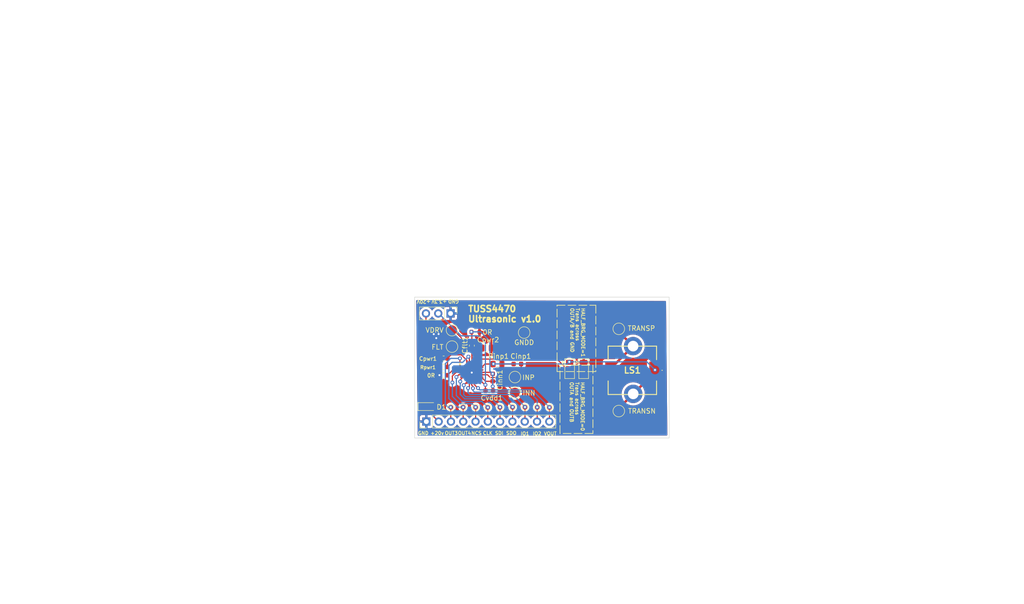
<source format=kicad_pcb>
(kicad_pcb (version 20221018) (generator pcbnew)
  (title_block (comment 4 "AISLER Project ID: MGBXJIJF"))
  (layers (0 "F.Cu" signal) (31 "B.Cu" signal) (34 "B.Paste" user) (35 "F.Paste" user) (36 "B.SilkS" user "B.Silkscreen") (37 "F.SilkS" user "F.Silkscreen") (38 "B.Mask" user) (39 "F.Mask" user) (44 "Edge.Cuts" user))
  (net 0 "")
  (net 1 "Net-(IC1-FLT)")
  (net 2 "GND")
  (net 3 "Net-(IC1-INN)")
  (net 4 "Net-(IC1-INP)")
  (net 5 "Net-(Cinp1-Pad2)")
  (net 6 "Net-(IC1-VPWR)")
  (net 7 "Net-(IC1-VDRV)")
  (net 8 "Net-(D1-A)")
  (net 9 "OUT3")
  (net 10 "NCS")
  (net 11 "SCLK")
  (net 12 "SDI")
  (net 13 "SDO")
  (net 14 "IO1")
  (net 15 "IO2")
  (net 16 "VOUT")
  (net 17 "OUT4")
  (net 18 "TRANSN")
  (net 19 "OUTA")
  (net 20 "OUTB")
  (net 21 "TRANSN_MUX")
  (net 22 "GNDD")
  (net 23 "Net-(IC1-DGND)")
  (net 24 "/+3.3V")
  (net 25 "/+20V")
  (footprint "TestPoint:TestPoint_Pad_D2.0mm" (layer "F.Cu") (at 109.2 83.4)
    (fp_text reference "TP4" hide)
    (fp_text value "VDRV" (at -3.6 0) (layer "F.SilkS"))
    (fp_circle (center 0 0) (end 0 1.2) (stroke (width 0.12)) (fill none) (layer "F.SilkS"))
    (pad "1" smd circle (at 0 0) (size 2 2) (layers "F.Cu" "F.Mask") (net 7 "Net-(IC1-VDRV)"))
  )
  (footprint "TestPoint:TestPoint_Pad_D1.0mm" (layer "F.Cu") (at 111.5 99.325)
    (fp_text reference "TP15" hide)
    (fp_text value "OUT4" hide)
    (fp_circle (center 0 0) (end 0 0.7) (stroke (width 0.12)) (fill none) (layer "F.SilkS"))
    (pad "1" smd circle (at 0 0) (size 1 1) (layers "F.Cu" "F.Mask") (net 17 "OUT4"))
  )
  (footprint "Connector_PinHeader_2.54mm:PinHeader_1x11_P2.54mm_Vertical" (layer "F.Cu") (at 103.9 102.3 90)
    (fp_text reference "J1" hide)
    (fp_text value "~" hide)
    (fp_line (start -1.33 -1.33) (end 0 -1.33) (stroke (width 0.12)) (layer "F.SilkS"))
    (fp_line (start -1.33 0) (end -1.33 -1.33) (stroke (width 0.12)) (layer "F.SilkS"))
    (fp_line (start -1.33 1.27) (end -1.33 26.73) (stroke (width 0.12)) (layer "F.SilkS"))
    (fp_line (start -1.33 1.27) (end 1.33 1.27) (stroke (width 0.12)) (layer "F.SilkS"))
    (fp_line (start -1.33 26.73) (end 1.33 26.73) (stroke (width 0.12)) (layer "F.SilkS"))
    (fp_line (start 1.33 1.27) (end 1.33 26.73) (stroke (width 0.12)) (layer "F.SilkS"))
    (pad "1" thru_hole rect (at 0 0 90) (size 1.7 1.7) (drill 1) (layers "*.Cu" "*.Mask") (net 22 "GNDD"))
    (pad "2" thru_hole oval (at 0 2.54 90) (size 1.7 1.7) (drill 1) (layers "*.Cu" "*.Mask") (net 8 "Net-(D1-A)"))
    (pad "3" thru_hole oval (at 0 5.08 90) (size 1.7 1.7) (drill 1) (layers "*.Cu" "*.Mask") (net 9 "OUT3"))
    (pad "4" thru_hole oval (at 0 7.62 90) (size 1.7 1.7) (drill 1) (layers "*.Cu" "*.Mask") (net 17 "OUT4"))
    (pad "5" thru_hole oval (at 0 10.16 90) (size 1.7 1.7) (drill 1) (layers "*.Cu" "*.Mask") (net 10 "NCS"))
    (pad "6" thru_hole oval (at 0 12.7 90) (size 1.7 1.7) (drill 1) (layers "*.Cu" "*.Mask") (net 11 "SCLK"))
    (pad "7" thru_hole oval (at 0 15.24 90) (size 1.7 1.7) (drill 1) (layers "*.Cu" "*.Mask") (net 12 "SDI"))
    (pad "8" thru_hole oval (at 0 17.78 90) (size 1.7 1.7) (drill 1) (layers "*.Cu" "*.Mask") (net 13 "SDO"))
    (pad "9" thru_hole oval (at 0 20.32 90) (size 1.7 1.7) (drill 1) (layers "*.Cu" "*.Mask") (net 14 "IO1"))
    (pad "10" thru_hole oval (at 0 22.86 90) (size 1.7 1.7) (drill 1) (layers "*.Cu" "*.Mask") (net 15 "IO2"))
    (pad "11" thru_hole oval (at 0 25.4 90) (size 1.7 1.7) (drill 1) (layers "*.Cu" "*.Mask") (net 16 "VOUT"))
  )
  (footprint "Jumper:SolderJumper-3_P1.3mm_Open_Pad1.0x1.5mm" (layer "F.Cu") (at 133.5 91.35 -90)
    (fp_text reference "JP2" hide)
    (fp_text value "OUT_MUX" hide)
    (fp_line (start -2.05 -1) (end 2.05 -1) (stroke (width 0.12)) (layer "F.SilkS"))
    (fp_line (start -2.05 1) (end -2.05 -1) (stroke (width 0.12)) (layer "F.SilkS"))
    (fp_line (start -1.6 1.5) (end -1 1.5) (stroke (width 0.12)) (layer "F.SilkS"))
    (fp_line (start -1.3 1.2) (end -1.6 1.5) (stroke (width 0.12)) (layer "F.SilkS"))
    (fp_line (start -1.3 1.2) (end -1 1.5) (stroke (width 0.12)) (layer "F.SilkS"))
    (fp_line (start 2.05 -1) (end 2.05 1) (stroke (width 0.12)) (layer "F.SilkS"))
    (fp_line (start 2.05 1) (end -2.05 1) (stroke (width 0.12)) (layer "F.SilkS"))
    (pad "1" smd rect (at -1.3 0 270) (size 1 1.5) (layers "F.Cu" "F.Mask") (net 19 "OUTA"))
    (pad "2" smd rect (at 0 0 270) (size 1 1.5) (layers "F.Cu" "F.Mask") (net 20 "OUTB"))
    (pad "3" smd rect (at 1.3 0 270) (size 1 1.5) (layers "F.Cu" "F.Mask") (net 21 "TRANSN_MUX"))
  )
  (footprint "Resistor_SMD:R_0603_1608Metric" (layer "F.Cu") (at 107.45 91)
    (fp_text reference "Rpwr1" (at -3.225 0.1) (layer "F.SilkS") (effects (font (size 0.7 0.7))))
    (fp_text value "10R" hide)
    (fp_line (start -0.237258 -0.5225) (end 0.237258 -0.5225) (stroke (width 0.12)) (layer "F.SilkS"))
    (fp_line (start -0.237258 0.5225) (end 0.237258 0.5225) (stroke (width 0.12)) (layer "F.SilkS"))
    (pad "1" smd roundrect (at -0.825 0) (size 0.8 0.95) (layers "F.Cu" "F.Paste" "F.Mask") (net 25 "/+20V"))
    (pad "2" smd roundrect (at 0.825 0) (size 0.8 0.95) (layers "F.Cu" "F.Paste" "F.Mask") (net 6 "Net-(IC1-VPWR)"))
  )
  (footprint "TestPoint:TestPoint_Pad_D1.0mm" (layer "F.Cu") (at 114.075 99.35)
    (fp_text reference "TP14" hide)
    (fp_text value "NCS" hide)
    (fp_circle (center 0 0) (end 0 0.7) (stroke (width 0.12)) (fill none) (layer "F.SilkS"))
    (pad "1" smd circle (at 0 0) (size 1 1) (layers "F.Cu" "F.Mask") (net 10 "NCS"))
  )
  (footprint "TestPoint:TestPoint_Pad_D2.0mm" (layer "F.Cu") (at 143.65 100.125 180)
    (fp_text reference "TP3" hide)
    (fp_text value "TRANSN" (at -4.775 0) (layer "F.SilkS"))
    (fp_circle (center 0 0) (end 0 1.2) (stroke (width 0.12)) (fill none) (layer "F.SilkS"))
    (pad "1" smd circle (at 0 0 180) (size 2 2) (layers "F.Cu" "F.Mask") (net 19 "OUTA"))
  )
  (footprint "TestPoint:TestPoint_Pad_D2.0mm" (layer "F.Cu") (at 124.1 83.9)
    (fp_text reference "TP7" hide)
    (fp_text value "GNDD" (at 0 2.05) (layer "F.SilkS"))
    (fp_circle (center 0 0) (end 0 1.2) (stroke (width 0.12)) (fill none) (layer "F.SilkS"))
    (pad "1" smd circle (at 0 0) (size 2 2) (layers "F.Cu" "F.Mask") (net 22 "GNDD"))
  )
  (footprint "TestPoint:TestPoint_Pad_D1.0mm" (layer "F.Cu") (at 124.275 99.325)
    (fp_text reference "TP10" hide)
    (fp_text value "IO1" hide)
    (fp_circle (center 0 0) (end 0 0.7) (stroke (width 0.12)) (fill none) (layer "F.SilkS"))
    (pad "1" smd circle (at 0 0) (size 1 1) (layers "F.Cu" "F.Mask") (net 14 "IO1"))
  )
  (footprint "Capacitor_SMD:C_0603_1608Metric" (layer "F.Cu") (at 113.3 86.6 90)
    (fp_text reference "Cflt1" (at 0.125 -1.425 90) (layer "F.SilkS"))
    (fp_text value "15nF, 5V" hide)
    (fp_line (start -0.14058 -0.51) (end 0.14058 -0.51) (stroke (width 0.12)) (layer "F.SilkS"))
    (fp_line (start -0.14058 0.51) (end 0.14058 0.51) (stroke (width 0.12)) (layer "F.SilkS"))
    (pad "1" smd roundrect (at -0.775 0 90) (size 0.9 0.95) (layers "F.Cu" "F.Paste" "F.Mask") (net 1 "Net-(IC1-FLT)"))
    (pad "2" smd roundrect (at 0.775 0 90) (size 0.9 0.95) (layers "F.Cu" "F.Paste" "F.Mask") (net 2 "GND"))
  )
  (footprint "Capacitor_SMD:C_0603_1608Metric" (layer "F.Cu") (at 117.6 93.2 90)
    (fp_text reference "Cinn1" (at -0.5 1.5 90) (layer "F.SilkS"))
    (fp_text value "100nF, >5V" hide)
    (fp_line (start -0.14058 -0.51) (end 0.14058 -0.51) (stroke (width 0.12)) (layer "F.SilkS"))
    (fp_line (start -0.14058 0.51) (end 0.14058 0.51) (stroke (width 0.12)) (layer "F.SilkS"))
    (pad "1" smd roundrect (at -0.775 0 90) (size 0.9 0.95) (layers "F.Cu" "F.Paste" "F.Mask") (net 3 "Net-(IC1-INN)"))
    (pad "2" smd roundrect (at 0.775 0 90) (size 0.9 0.95) (layers "F.Cu" "F.Paste" "F.Mask") (net 2 "GND"))
  )
  (footprint "TestPoint:TestPoint_Pad_D1.0mm" (layer "F.Cu") (at 129.325 99.375)
    (fp_text reference "TP8" hide)
    (fp_text value "VOUT" hide)
    (fp_circle (center 0 0) (end 0 0.7) (stroke (width 0.12)) (fill none) (layer "F.SilkS"))
    (pad "1" smd circle (at 0 0) (size 1 1) (layers "F.Cu" "F.Mask") (net 16 "VOUT"))
  )
  (footprint "TestPoint:TestPoint_Pad_D1.0mm" (layer "F.Cu") (at 119.1 99.35)
    (fp_text reference "TP12" hide)
    (fp_text value "SDI" hide)
    (fp_circle (center 0 0) (end 0 0.7) (stroke (width 0.12)) (fill none) (layer "F.SilkS"))
    (pad "1" smd circle (at 0 0) (size 1 1) (layers "F.Cu" "F.Mask") (net 12 "SDI"))
  )
  (footprint "Capacitor_SMD:C_0603_1608Metric" (layer "F.Cu") (at 116.9 95.925)
    (fp_text reference "Cvdd1" (at 0.5 1.5) (layer "F.SilkS"))
    (fp_text value "100nF, >5V" hide)
    (fp_line (start -0.14058 -0.51) (end 0.14058 -0.51) (stroke (width 0.12)) (layer "F.SilkS"))
    (fp_line (start -0.14058 0.51) (end 0.14058 0.51) (stroke (width 0.12)) (layer "F.SilkS"))
    (pad "1" smd roundrect (at -0.775 0) (size 0.9 0.95) (layers "F.Cu" "F.Paste" "F.Mask") (net 24 "/+3.3V"))
    (pad "2" smd roundrect (at 0.775 0) (size 0.9 0.95) (layers "F.Cu" "F.Paste" "F.Mask") (net 2 "GND"))
  )
  (footprint "Capacitor_SMD:C_0603_1608Metric" (layer "F.Cu") (at 107.475 89.25 180)
    (fp_text reference "Cpwr1" (at 3.25 -0.05) (layer "F.SilkS") (effects (font (size 0.8 0.8))))
    (fp_text value "100nF, 50V" hide)
    (fp_line (start -0.14058 -0.51) (end 0.14058 -0.51) (stroke (width 0.12)) (layer "F.SilkS"))
    (fp_line (start -0.14058 0.51) (end 0.14058 0.51) (stroke (width 0.12)) (layer "F.SilkS"))
    (pad "1" smd roundrect (at -0.775 0 180) (size 0.9 0.95) (layers "F.Cu" "F.Paste" "F.Mask") (net 6 "Net-(IC1-VPWR)"))
    (pad "2" smd roundrect (at 0.775 0 180) (size 0.9 0.95) (layers "F.Cu" "F.Paste" "F.Mask") (net 22 "GNDD"))
  )
  (footprint "Connector_PinHeader_2.54mm:PinHeader_1x03_P2.54mm_Vertical" (layer "F.Cu") (at 108.9 79.95 -90)
    (fp_text reference "J2" hide)
    (fp_text value "~" hide)
    (fp_line (start -1.33 -1.33) (end 0 -1.33) (stroke (width 0.12)) (layer "F.SilkS"))
    (fp_line (start -1.33 0) (end -1.33 -1.33) (stroke (width 0.12)) (layer "F.SilkS"))
    (fp_line (start -1.33 1.27) (end -1.33 6.41) (stroke (width 0.12)) (layer "F.SilkS"))
    (fp_line (start -1.33 1.27) (end 1.33 1.27) (stroke (width 0.12)) (layer "F.SilkS"))
    (fp_line (start -1.33 6.41) (end 1.33 6.41) (stroke (width 0.12)) (layer "F.SilkS"))
    (fp_line (start 1.33 1.27) (end 1.33 6.41) (stroke (width 0.12)) (layer "F.SilkS"))
    (pad "1" thru_hole rect (at 0 0 270) (size 1.7 1.7) (drill 1) (layers "*.Cu" "*.Mask") (net 22 "GNDD"))
    (pad "2" thru_hole oval (at 0 2.54 270) (size 1.7 1.7) (drill 1) (layers "*.Cu" "*.Mask") (net 24 "/+3.3V"))
    (pad "3" thru_hole oval (at 0 5.08 270) (size 1.7 1.7) (drill 1) (layers "*.Cu" "*.Mask") (net 25 "/+20V"))
  )
  (footprint "MountingHole:MountingHole_2.2mm_M2_DIN965_Pad" (layer "F.Cu") (at 146.625 96.575 180)
    (fp_text reference "H2" hide)
    (fp_text value "MountingHole_Pad" hide)
    (pad "1" thru_hole circle (at 0 0 180) (size 3.8 3.8) (drill 2.2) (layers "*.Cu" "*.Mask") (net 19 "OUTA"))
  )
  (footprint "Capacitor_SMD:C_0603_1608Metric" (layer "F.Cu") (at 122.7 90.4 180)
    (fp_text reference "Cinp1" (at -0.7 1.6) (layer "F.SilkS"))
    (fp_text value "330pF, 50V" hide)
    (fp_line (start -0.14058 -0.51) (end 0.14058 -0.51) (stroke (width 0.12)) (layer "F.SilkS"))
    (fp_line (start -0.14058 0.51) (end 0.14058 0.51) (stroke (width 0.12)) (layer "F.SilkS"))
    (pad "1" smd roundrect (at -0.775 0 180) (size 0.9 0.95) (layers "F.Cu" "F.Paste" "F.Mask") (net 4 "Net-(IC1-INP)"))
    (pad "2" smd roundrect (at 0.775 0 180) (size 0.9 0.95) (layers "F.Cu" "F.Paste" "F.Mask") (net 5 "Net-(Cinp1-Pad2)"))
  )
  (footprint "Resistor_SMD:R_0603_1608Metric" (layer "F.Cu") (at 114.05 83.8)
    (fp_text reference "R0" hide)
    (fp_text value "0R" (at 2.475 0.025) (layer "F.SilkS"))
    (fp_line (start -0.237258 -0.5225) (end 0.237258 -0.5225) (stroke (width 0.12)) (layer "F.SilkS"))
    (fp_line (start -0.237258 0.5225) (end 0.237258 0.5225) (stroke (width 0.12)) (layer "F.SilkS"))
    (pad "1" smd roundrect (at -0.825 0) (size 0.8 0.95) (layers "F.Cu" "F.Paste" "F.Mask") (net 2 "GND"))
    (pad "2" smd roundrect (at 0.825 0) (size 0.8 0.95) (layers "F.Cu" "F.Paste" "F.Mask") (net 22 "GNDD"))
  )
  (footprint "TestPoint:TestPoint_Pad_D2.0mm" (layer "F.Cu") (at 143.65 83.125 180)
    (fp_text reference "TP2" hide)
    (fp_text value "TRANSP" (at -4.675 0.1) (layer "F.SilkS"))
    (fp_circle (center 0 0) (end 0 1.2) (stroke (width 0.12)) (fill none) (layer "F.SilkS"))
    (pad "1" smd circle (at 0 0 180) (size 2 2) (layers "F.Cu" "F.Mask") (net 18 "TRANSN"))
  )
  (footprint "TestPoint:TestPoint_Pad_D1.0mm" (layer "F.Cu") (at 121.7 99.325)
    (fp_text reference "TP11" hide)
    (fp_text value "SDO" hide)
    (fp_circle (center 0 0) (end 0 0.7) (stroke (width 0.12)) (fill none) (layer "F.SilkS"))
    (pad "1" smd circle (at 0 0) (size 1 1) (layers "F.Cu" "F.Mask") (net 13 "SDO"))
  )
  (footprint "Resistor_SMD:R_0805_2012Metric" (layer "F.Cu") (at 118.6 90.4 180)
    (fp_text reference "Rinp1" (at -0.2 1.6) (layer "F.SilkS"))
    (fp_text value "200R 1/4W" hide)
    (fp_line (start -0.227064 -0.735) (end 0.227064 -0.735) (stroke (width 0.12)) (layer "F.SilkS"))
    (fp_line (start -0.227064 0.735) (end 0.227064 0.735) (stroke (width 0.12)) (layer "F.SilkS"))
    (pad "1" smd roundrect (at -0.9125 0 180) (size 1.025 1.4) (layers "F.Cu" "F.Paste" "F.Mask") (roundrect_rratio 0.243902439) (net 5 "Net-(Cinp1-Pad2)"))
    (pad "2" smd roundrect (at 0.9125 0 180) (size 1.025 1.4) (layers "F.Cu" "F.Paste" "F.Mask") (roundrect_rratio 0.243902439) (net 19 "OUTA"))
  )
  (footprint "TestPoint:TestPoint_Pad_D1.0mm" (layer "F.Cu") (at 126.8 99.35)
    (fp_text reference "TP9" hide)
    (fp_text value "IO2" hide)
    (fp_circle (center 0 0) (end 0 0.7) (stroke (width 0.12)) (fill none) (layer "F.SilkS"))
    (pad "1" smd circle (at 0 0) (size 1 1) (layers "F.Cu" "F.Mask") (net 15 "IO2"))
  )
  (footprint "TestPoint:TestPoint_Pad_D1.0mm" (layer "F.Cu") (at 116.575 99.375)
    (fp_text reference "TP13" hide)
    (fp_text value "SCLK" hide)
    (fp_circle (center 0 0) (end 0 0.7) (stroke (width 0.12)) (fill none) (layer "F.SilkS"))
    (pad "1" smd circle (at 0 0) (size 1 1) (layers "F.Cu" "F.Mask") (net 11 "SCLK"))
  )
  (footprint "TUSS4470TRTJT:QFN50P400X400X80-21N-D" (layer "F.Cu") (at 113.28 92.12)
    (fp_text reference "IC1" hide)
    (fp_text value "TUSS4470TRTJT" hide)
    (fp_circle (center -2.4 -1.75) (end -2.4 -1.625) (stroke (width 0.25)) (fill none) (layer "F.SilkS"))
    (pad "1" smd rect (at -2 -1 90) (size 0.3 0.8) (layers "F.Cu" "F.Paste" "F.Mask") (net 9 "OUT3"))
    (pad "2" smd rect (at -2 -0.5 90) (size 0.3 0.8) (layers "F.Cu" "F.Paste" "F.Mask") (net 23 "Net-(IC1-DGND)"))
    (pad "3" smd rect (at -2 0 90) (size 0.3 0.8) (layers "F.Cu" "F.Paste" "F.Mask") (net 10 "NCS"))
    (pad "4" smd rect (at -2 0.5 90) (size 0.3 0.8) (layers "F.Cu" "F.Paste" "F.Mask") (net 11 "SCLK"))
    (pad "5" smd rect (at -2 1 90) (size 0.3 0.8) (layers "F.Cu" "F.Paste" "F.Mask") (net 12 "SDI"))
    (pad "6" smd rect (at -1 2) (size 0.3 0.8) (layers "F.Cu" "F.Paste" "F.Mask") (net 13 "SDO"))
    (pad "7" smd rect (at -0.5 2) (size 0.3 0.8) (layers "F.Cu" "F.Paste" "F.Mask") (net 14 "IO1"))
    (pad "8" smd rect (at 0 2) (size 0.3 0.8) (layers "F.Cu" "F.Paste" "F.Mask") (net 15 "IO2"))
    (pad "9" smd rect (at 0.5 2) (size 0.3 0.8) (layers "F.Cu" "F.Paste" "F.Mask") (net 16 "VOUT"))
    (pad "10" smd rect (at 1 2) (size 0.3 0.8) (layers "F.Cu" "F.Paste" "F.Mask") (net 24 "/+3.3V"))
    (pad "11" smd rect (at 2 1 90) (size 0.3 0.8) (layers "F.Cu" "F.Paste" "F.Mask") (net 3 "Net-(IC1-INN)"))
    (pad "12" smd rect (at 2 0.5 90) (size 0.3 0.8) (layers "F.Cu" "F.Paste" "F.Mask") (net 4 "Net-(IC1-INP)"))
    (pad "13" smd rect (at 2 0 90) (size 0.3 0.8) (layers "F.Cu" "F.Paste" "F.Mask") (net 2 "GND"))
    (pad "14" smd rect (at 2 -0.5 90) (size 0.3 0.8) (layers "F.Cu" "F.Paste" "F.Mask") (net 22 "GNDD"))
    (pad "15" smd rect (at 2 -1 90) (size 0.3 0.8) (layers "F.Cu" "F.Paste" "F.Mask") (net 19 "OUTA"))
    (pad "16" smd rect (at 1 -2) (size 0.3 0.8) (layers "F.Cu" "F.Paste" "F.Mask") (net 20 "OUTB"))
    (pad "17" smd rect (at 0.5 -2) (size 0.3 0.8) (layers "F.Cu" "F.Paste" "F.Mask") (net 7 "Net-(IC1-VDRV)"))
    (pad "18" smd rect (at 0 -2) (size 0.3 0.8) (layers "F.Cu" "F.Paste" "F.Mask") (net 1 "Net-(IC1-FLT)"))
    (pad "19" smd rect (at -0.5 -2) (size 0.3 0.8) (layers "F.Cu" "F.Paste" "F.Mask") (net 17 "OUT4"))
    (pad "20" smd rect (at -1 -2) (size 0.3 0.8) (layers "F.Cu" "F.Paste" "F.Mask") (net 6 "Net-(IC1-VPWR)"))
    (pad "21" smd rect (at 0 0) (size 2.8 2.8) (layers "F.Cu" "F.Paste" "F.Mask") (net 22 "GNDD"))
  )
  (footprint "Capacitor_SMD:C_0805_2012Metric" (layer "F.Cu") (at 116.35 87.1)
    (fp_text reference "Cpwr2" (at 0.3 -1.7) (layer "F.SilkS"))
    (fp_text value "2.2uF, 50V" hide)
    (fp_line (start -0.261252 -0.735) (end 0.261252 -0.735) (stroke (width 0.12)) (layer "F.SilkS"))
    (fp_line (start -0.261252 0.735) (end 0.261252 0.735) (stroke (width 0.12)) (layer "F.SilkS"))
    (pad "1" smd roundrect (at -0.95 0) (size 1 1.45) (layers "F.Cu" "F.Paste" "F.Mask") (net 7 "Net-(IC1-VDRV)"))
    (pad "2" smd roundrect (at 0.95 0) (size 1 1.45) (layers "F.Cu" "F.Paste" "F.Mask") (net 22 "GNDD"))
  )
  (footprint "Jumper:SolderJumper-3_P1.3mm_Open_Pad1.0x1.5mm" (layer "F.Cu") (at 136.4 91.35 -90)
    (fp_text reference "JP1" hide)
    (fp_text value "TRANSN_MUX" hide)
    (fp_line (start -2.05 -1) (end 2.05 -1) (stroke (width 0.12)) (layer "F.SilkS"))
    (fp_line (start -2.05 1) (end -2.05 -1) (stroke (width 0.12)) (layer "F.SilkS"))
    (fp_line (start -1.6 1.5) (end -1 1.5) (stroke (width 0.12)) (layer "F.SilkS"))
    (fp_line (start -1.3 1.2) (end -1.6 1.5) (stroke (width 0.12)) (layer "F.SilkS"))
    (fp_line (start -1.3 1.2) (end -1 1.5) (stroke (width 0.12)) (layer "F.SilkS"))
    (fp_line (start 2.05 -1) (end 2.05 1) (stroke (width 0.12)) (layer "F.SilkS"))
    (fp_line (start 2.05 1) (end -2.05 1) (stroke (width 0.12)) (layer "F.SilkS"))
    (pad "1" smd rect (at -1.3 0 270) (size 1 1.5) (layers "F.Cu" "F.Mask") (net 22 "GNDD"))
    (pad "2" smd rect (at 0 0 270) (size 1 1.5) (layers "F.Cu" "F.Mask") (net 18 "TRANSN"))
    (pad "3" smd rect (at 1.3 0 270) (size 1 1.5) (layers "F.Cu" "F.Mask") (net 21 "TRANSN_MUX"))
  )
  (footprint "TestPoint:TestPoint_Pad_D2.0mm" (layer "F.Cu") (at 122.2 93.1)
    (fp_text reference "TP5" hide)
    (fp_text value "INP" (at 2.8 0.1) (layer "F.SilkS"))
    (fp_circle (center 0 0) (end 0 1.2) (stroke (width 0.12)) (fill none) (layer "F.SilkS"))
    (pad "1" smd circle (at 0 0) (size 2 2) (layers "F.Cu" "F.Mask") (net 4 "Net-(IC1-INP)"))
  )
  (footprint "MountingHole:MountingHole_2.2mm_M2_DIN965_Pad" (layer "F.Cu") (at 146.6 86.7 180)
    (fp_text reference "H1" hide)
    (fp_text value "MountingHole_Pad" hide)
    (pad "1" thru_hole circle (at 0 0 180) (size 3.8 3.8) (drill 2.2) (layers "*.Cu" "*.Mask") (net 18 "TRANSN"))
  )
  (footprint "Diode_SMD:D_MicroSMP_AK" (layer "F.Cu") (at 104.3025 99.2)
    (fp_text reference "D1" (at 2.7 0.1 unlocked) (layer "F.SilkS"))
    (fp_text value "MSS1P3" hide)
    (fp_line (start -2.14 -0.81) (end -2.14 0.81) (stroke (width 0.12)) (layer "F.SilkS"))
    (fp_line (start -2.14 -0.81) (end 1.1 -0.81) (stroke (width 0.12)) (layer "F.SilkS"))
    (fp_line (start -2.14 0.81) (end 1.1 0.81) (stroke (width 0.12)) (layer "F.SilkS"))
    (pad "1" smd rect (at -0.88 0) (size 2 1.1) (layers "F.Cu" "F.Paste" "F.Mask") (net 25 "/+20V"))
    (pad "2" smd rect (at 1.02 0) (size 0.8 0.8) (layers "F.Cu" "F.Paste" "F.Mask") (net 8 "Net-(D1-A)"))
  )
  (footprint "Resistor_SMD:R_0603_1608Metric" (layer "F.Cu") (at 107.45 92.725)
    (fp_text reference "R1" hide)
    (fp_text value "0R" (at -2.575 0.05) (layer "F.SilkS") (effects (font (size 0.8 0.8))))
    (fp_line (start -0.237258 -0.5225) (end 0.237258 -0.5225) (stroke (width 0.12)) (layer "F.SilkS"))
    (fp_line (start -0.237258 0.5225) (end 0.237258 0.5225) (stroke (width 0.12)) (layer "F.SilkS"))
    (pad "1" smd roundrect (at -0.825 0) (size 0.8 0.95) (layers "F.Cu" "F.Paste" "F.Mask") (net 22 "GNDD"))
    (pad "2" smd roundrect (at 0.825 0) (size 0.8 0.95) (layers "F.Cu" "F.Paste" "F.Mask") (net 23 "Net-(IC1-DGND)"))
  )
  (footprint "SMUTR-1040K-TT:SMUTR1040KTT" (layer "F.Cu") (at 146.45 91.7 180)
    (fp_text reference "LS1" (at 0 0 180) (layer "F.SilkS") (effects (font (size 1.27 1.27) (thickness 0.254))))
    (fp_text value "SMUTR-1040K-TT" hide)
    (fp_line (start -6.2 0) (end -6.2 0) (stroke (width 0.1)) (layer "F.SilkS"))
    (fp_line (start -6.1 0) (end -6.1 0) (stroke (width 0.1)) (layer "F.SilkS"))
    (fp_line (start -5 -5) (end 5 -5) (stroke (width 0.2)) (layer "F.SilkS"))
    (fp_line (start -5 -2.2) (end -5 -5) (stroke (width 0.2)) (layer "F.SilkS"))
    (fp_line (start -5 2.2) (end -5 5) (stroke (width 0.2)) (layer "F.SilkS"))
    (fp_line (start -5 5) (end 5 5) (stroke (width 0.2)) (layer "F.SilkS"))
    (fp_line (start 5 -5) (end 5 -2.2) (stroke (width 0.2)) (layer "F.SilkS"))
    (fp_line (start 5 5) (end 5 2.2) (stroke (width 0.2)) (layer "F.SilkS"))
    (fp_arc (start -6.2 0) (mid -6.15 -0.05) (end -6.1 0) (stroke (width 0.1)) (layer "F.SilkS"))
    (fp_arc (start -6.1 0) (mid -6.15 0.05) (end -6.2 0) (stroke (width 0.1)) (layer "F.SilkS"))
    (pad "1" smd rect (at -4.55 0 180) (size 2.1 3.6) (layers "F.Cu" "F.Paste" "F.Mask") (net 19 "OUTA"))
    (pad "2" smd rect (at 4.55 0 180) (size 2.1 3.6) (layers "F.Cu" "F.Paste" "F.Mask") (net 18 "TRANSN"))
  )
  (footprint "TestPoint:TestPoint_Pad_D1.0mm" (layer "F.Cu") (at 108.95 99.35)
    (fp_text reference "TP16" hide)
    (fp_text value "OUT3" hide)
    (fp_circle (center 0 0) (end 0 0.7) (stroke (width 0.12)) (fill none) (layer "F.SilkS"))
    (pad "1" smd circle (at 0 0) (size 1 1) (layers "F.Cu" "F.Mask") (net 9 "OUT3"))
  )
  (footprint "TestPoint:TestPoint_Pad_D2.0mm" (layer "F.Cu") (at 109.2 86.8)
    (fp_text reference "TP1" hide)
    (fp_text value "FLT" (at -3 0.1) (layer "F.SilkS"))
    (fp_circle (center 0 0) (end 0 1.2) (stroke (width 0.12)) (fill none) (layer "F.SilkS"))
    (pad "1" smd circle (at 0 0) (size 2 2) (layers "F.Cu" "F.Mask") (net 1 "Net-(IC1-FLT)"))
  )
  (footprint "TestPoint:TestPoint_Pad_D2.0mm" (layer "F.Cu") (at 122.2 96.3)
    (fp_text reference "TP6" hide)
    (fp_text value "INN" (at 2.9 0.1) (layer "F.SilkS"))
    (fp_circle (center 0 0) (end 0 1.2) (stroke (width 0.12)) (fill none) (layer "F.SilkS"))
    (pad "1" smd circle (at 0 0) (size 2 2) (layers "F.Cu" "F.Mask") (net 3 "Net-(IC1-INN)"))
  )
  (gr_rect (start 131.5 90.65) (end 138.3 104.75) (stroke (width 0.15) (type dash)) (fill none) (layer "F.SilkS"))
  (gr_rect (start 130.9 78.25) (end 138.9 91.95) (stroke (width 0.15) (type dash)) (fill none) (layer "F.SilkS"))
  (gr_rect (start 101.475 76.575) (end 154.05 105.7) (stroke (width 0.1)) (fill none) (layer "Edge.Cuts"))
  (gr_text "SDO" (at 120.3 105.1) (layer "F.SilkS") (effects (font (size 0.7 0.7)) (justify left bottom)))
  (gr_text "VOUT" (at 128.1 105.2) (layer "F.SilkS") (effects (font (size 0.7 0.7)) (justify left bottom)))
  (gr_text "TUSS4470\nUltrasonic v1.0\n" (at 112.375 81.85) (layer "F.SilkS") (effects (font (size 1.3 1.3) (thickness 0.325) bold) (justify left bottom)))
  (gr_text "HALF_BRG_MODE=1\nTrans across\nOUTA/B and GND" (at 133.6 78.75 -90) (layer "F.SilkS") (effects (font (size 0.7 0.7)) (justify left bottom)))
  (gr_text "+3.3V\n" (at 108.22 77.075 180) (layer "F.SilkS") (effects (font (size 0.7 0.7)) (justify left bottom)))
  (gr_text "NCS" (at 113.1 105.1) (layer "F.SilkS") (effects (font (size 0.7 0.7)) (justify left bottom)))
  (gr_text "OUT3" (at 107.625 105.1) (layer "F.SilkS") (effects (font (size 0.7 0.7)) (justify left bottom)))
  (gr_text "CLK" (at 115.5 105.1) (layer "F.SilkS") (effects (font (size 0.7 0.7)) (justify left bottom)))
  (gr_text "+20v" (at 104.675 105.1) (layer "F.SilkS") (effects (font (size 0.7 0.7)) (justify left bottom)))
  (gr_text "GND" (at 110.67 77.05 180) (layer "F.SilkS") (effects (font (size 0.7 0.7)) (justify left bottom)))
  (gr_text "HALF_BRG_MODE=0\nTrans across\nOUTA and OUTB" (at 133.5 94.05 -90) (layer "F.SilkS") (effects (font (size 0.7 0.7)) (justify left bottom)))
  (gr_text "SDI" (at 118 105.1) (layer "F.SilkS") (effects (font (size 0.7 0.7)) (justify left bottom)))
  (gr_text "GND" (at 102.1 105.1) (layer "F.SilkS") (effects (font (size 0.7 0.7)) (justify left bottom)))
  (gr_text "+20V" (at 104.845 77.1 180) (layer "F.SilkS") (effects (font (size 0.7 0.7)) (justify left bottom)))
  (gr_text "OUT4\n" (at 110.35 105.1) (layer "F.SilkS") (effects (font (size 0.7 0.7)) (justify left bottom)))
  (gr_text "IO2" (at 125.8 105.2) (layer "F.SilkS") (effects (font (size 0.7 0.7)) (justify left bottom)))
  (gr_text "IO1" (at 123.3 105.2) (layer "F.SilkS") (effects (font (size 0.7 0.7)) (justify left bottom)))
  (segment (start 109.75 87.35) (end 113.275 87.35) (width 0.25) (layer "F.Cu") (net 1))
  (segment (start 109.2 86.8) (end 109.75 87.35) (width 0.25) (layer "F.Cu") (net 1))
  (segment (start 113.3 87.375) (end 113.3 90.1) (width 0.25) (layer "F.Cu") (net 1))
  (segment (start 113.3 90.1) (end 113.28 90.12) (width 0.25) (layer "F.Cu") (net 1))
  (segment (start 113.275 87.35) (end 113.3 87.375) (width 0.25) (layer "F.Cu") (net 1))
  (segment (start 113.3 83.85) (end 113.2 83.75) (width 0.25) (layer "F.Cu") (net 2))
  (segment (start 117.675 95.925) (end 117.675 95.090881) (width 0.25) (layer "F.Cu") (net 2))
  (segment (start 117.295 92.12) (end 117.6 92.425) (width 0.25) (layer "F.Cu") (net 2))
  (segment (start 117.675 95.090881) (end 117.608619 95.0245) (width 0.25) (layer "F.Cu") (net 2))
  (segment (start 115.28 92.12) (end 117.295 92.12) (width 0.25) (layer "F.Cu") (net 2))
  (segment (start 113.3 85.825) (end 113.3 83.85) (width 0.25) (layer "F.Cu") (net 2))
  (via (at 117.6 92.425) (size 0.8) (drill 0.4) (layers "F.Cu" "B.Cu") (net 2))
  (via (at 113.2 83.75) (size 0.8) (drill 0.4) (layers "F.Cu" "B.Cu") (net 2))
  (via (at 117.608619 95.0245) (size 0.8) (drill 0.4) (layers "F.Cu" "B.Cu") (net 2))
  (segment (start 113.2 83.75) (end 115.125 83.75) (width 0.25) (layer "B.Cu") (net 2))
  (segment (start 117.6 95.015881) (end 117.6 92.425) (width 0.25) (layer "B.Cu") (net 2))
  (segment (start 117.025 85.65) (end 117.025 91.85) (width 0.25) (layer "B.Cu") (net 2))
  (segment (start 117.025 91.85) (end 117.6 92.425) (width 0.25) (layer "B.Cu") (net 2))
  (segment (start 117.608619 95.0245) (end 117.6 95.015881) (width 0.25) (layer "B.Cu") (net 2))
  (segment (start 115.125 83.75) (end 117.025 85.65) (width 0.25) (layer "B.Cu") (net 2))
  (segment (start 119.875 93.975) (end 122.2 96.3) (width 0.25) (layer "F.Cu") (net 3))
  (segment (start 117.6 93.975) (end 119.875 93.975) (width 0.25) (layer "F.Cu") (net 3))
  (segment (start 116.135 93.975) (end 117.6 93.975) (width 0.25) (layer "F.Cu") (net 3))
  (segment (start 115.28 93.12) (end 116.135 93.975) (width 0.25) (layer "F.Cu") (net 3))
  (segment (start 123.475 90.4) (end 123.5 90.4) (width 0.25) (layer "F.Cu") (net 4))
  (segment (start 123.5 90.4) (end 123.475 91.825) (width 0.25) (layer "F.Cu") (net 4))
  (segment (start 123.475 91.825) (end 122.2 93.1) (width 0.25) (layer "F.Cu") (net 4))
  (segment (start 115.28 92.62) (end 116.535948 92.62) (width 0.25) (layer "F.Cu") (net 4))
  (segment (start 116.535948 92.62) (end 117.115948 93.2) (width 0.25) (layer "F.Cu") (net 4))
  (segment (start 122.1 93.2) (end 122.2 93.1) (width 0.25) (layer "F.Cu") (net 4))
  (segment (start 117.115948 93.2) (end 122.1 93.2) (width 0.25) (layer "F.Cu") (net 4))
  (segment (start 119.5125 90.4) (end 121.925 90.4) (width 0.25) (layer "F.Cu") (net 5))
  (segment (start 108.275 91) (end 108.275 89.275) (width 0.25) (layer "F.Cu") (net 6))
  (segment (start 112.28 89.655) (end 111.125 88.5) (width 0.25) (layer "F.Cu") (net 6))
  (segment (start 108.275 89.275) (end 108.25 89.25) (width 0.25) (layer "F.Cu") (net 6))
  (segment (start 109 88.5) (end 108.25 89.25) (width 0.25) (layer "F.Cu") (net 6))
  (segment (start 111.125 88.5) (end 109 88.5) (width 0.25) (layer "F.Cu") (net 6))
  (segment (start 112.28 90.12) (end 112.28 89.655) (width 0.25) (layer "F.Cu") (net 6))
  (segment (start 109.2 83.4) (end 109.525 83.4) (width 0.25) (layer "F.Cu") (net 7))
  (segment (start 113.78 88.72) (end 113.78 90.12) (width 0.25) (layer "F.Cu") (net 7))
  (segment (start 115.4 87.1) (end 113.78 88.72) (width 0.25) (layer "F.Cu") (net 7))
  (segment (start 109.525 83.4) (end 112.725 86.6) (width 0.25) (layer "F.Cu") (net 7))
  (segment (start 114.9 86.6) (end 115.4 87.1) (width 0.25) (layer "F.Cu") (net 7))
  (segment (start 112.725 86.6) (end 114.9 86.6) (width 0.25) (layer "F.Cu") (net 7))
  (segment (start 105.3225 99.2) (end 105.3225 101.1825) (width 0.25) (layer "F.Cu") (net 8))
  (segment (start 105.3225 101.1825) (end 106.44 102.3) (width 0.25) (layer "F.Cu") (net 8))
  (segment (start 108.925 99.325) (end 108.95 102.27) (width 0.25) (layer "F.Cu") (net 9))
  (segment (start 110.837451 89.237049) (end 110.837451 90.677451) (width 0.25) (layer "F.Cu") (net 9))
  (segment (start 108.95 99.35) (end 108.925 99.325) (width 0.25) (layer "F.Cu") (net 9))
  (segment (start 110.837451 90.677451) (end 111.28 91.12) (width 0.25) (layer "F.Cu") (net 9))
  (segment (start 108.95 102.27) (end 108.98 102.3) (width 0.25) (layer "F.Cu") (net 9))
  (via (at 108.925 99.325) (size 0.8) (drill 0.4) (layers "F.Cu" "B.Cu") (net 9))
  (via (at 110.837451 89.237049) (size 0.8) (drill 0.4) (layers "F.Cu" "B.Cu") (net 9))
  (segment (start 107.825 90.325) (end 107.825 98.8) (width 0.25) (layer "B.Cu") (net 9))
  (segment (start 107.825 98.8) (end 108.35 99.325) (width 0.25) (layer "B.Cu") (net 9))
  (segment (start 108.912951 89.237049) (end 107.825 90.325) (width 0.25) (layer "B.Cu") (net 9))
  (segment (start 108.35 99.325) (end 108.925 99.325) (width 0.25) (layer "B.Cu") (net 9))
  (segment (start 110.837451 89.237049) (end 108.912951 89.237049) (width 0.25) (layer "B.Cu") (net 9))
  (segment (start 109.2745 94.225) (end 109.2745 92.88819) (width 0.25) (layer "F.Cu") (net 10))
  (segment (start 109.2745 92.88819) (end 110.04269 92.12) (width 0.25) (layer "F.Cu") (net 10))
  (segment (start 110.04269 92.12) (end 111.28 92.12) (width 0.25) (layer "F.Cu") (net 10))
  (segment (start 114.075 102.285) (end 114.06 102.3) (width 0.25) (layer "F.Cu") (net 10))
  (segment (start 114.075 99.325) (end 114.075 102.285) (width 0.25) (layer "F.Cu") (net 10))
  (segment (start 114.075 99.35) (end 114.075 99.325) (width 0.25) (layer "F.Cu") (net 10))
  (via (at 109.2745 94.225) (size 0.8) (drill 0.4) (layers "F.Cu" "B.Cu") (net 10))
  (via (at 114.075 99.325) (size 0.8) (drill 0.4) (layers "F.Cu" "B.Cu") (net 10))
  (segment (start 109.275 94.2255) (end 109.275 97.1) (width 0.25) (layer "B.Cu") (net 10))
  (segment (start 110.775 98.6) (end 113.35 98.6) (width 0.25) (layer "B.Cu") (net 10))
  (segment (start 113.35 98.6) (end 114.075 99.325) (width 0.25) (layer "B.Cu") (net 10))
  (segment (start 109.275 97.1) (end 110.775 98.6) (width 0.25) (layer "B.Cu") (net 10))
  (segment (start 109.2745 94.225) (end 109.275 94.2255) (width 0.25) (layer "B.Cu") (net 10))
  (segment (start 110.58 92.62) (end 111.28 92.62) (width 0.25) (layer "F.Cu") (net 11))
  (segment (start 116.575 99.375) (end 116.6 99.375) (width 0.25) (layer "F.Cu") (net 11))
  (segment (start 110.555 92.645) (end 110.58 92.62) (width 0.25) (layer "F.Cu") (net 11))
  (segment (start 110.542995 92.645) (end 110.555 92.645) (width 0.25) (layer "F.Cu") (net 11))
  (segment (start 110.110086 93.077909) (end 110.542995 92.645) (width 0.25) (layer "F.Cu") (net 11))
  (segment (start 116.6 99.375) (end 116.575 102.275) (width 0.25) (layer "F.Cu") (net 11))
  (segment (start 116.575 102.275) (end 116.6 102.3) (width 0.25) (layer "F.Cu") (net 11))
  (via (at 116.6 99.375) (size 0.8) (drill 0.4) (layers "F.Cu" "B.Cu") (net 11))
  (via (at 110.110086 93.077909) (size 0.8) (drill 0.4) (layers "F.Cu" "B.Cu") (net 11))
  (segment (start 110.1 93.087995) (end 110.1 96.925) (width 0.25) (layer "B.Cu") (net 11))
  (segment (start 110.110086 93.077909) (end 110.1 93.087995) (width 0.25) (layer "B.Cu") (net 11))
  (segment (start 111.3 98.125) (end 115.375 98.125) (width 0.25) (layer "B.Cu") (net 11))
  (segment (start 115.375 98.125) (end 116.6 99.35) (width 0.25) (layer "B.Cu") (net 11))
  (segment (start 116.6 99.35) (end 116.6 99.375) (width 0.25) (layer "B.Cu") (net 11))
  (segment (start 110.1 96.925) (end 111.3 98.125) (width 0.25) (layer "B.Cu") (net 11))
  (segment (start 111.28 93.295) (end 111.28 93.12) (width 0.25) (layer "F.Cu") (net 12))
  (segment (start 110.9 93.675) (end 111.28 93.295) (width 0.25) (layer "F.Cu") (net 12))
  (segment (start 119.1 102.26) (end 119.14 102.3) (width 0.25) (layer "F.Cu") (net 12))
  (segment (start 110.9 94.025) (end 110.9 93.675) (width 0.25) (layer "F.Cu") (net 12))
  (segment (start 119.1 99.35) (end 119.125 99.325) (width 0.25) (layer "F.Cu") (net 12))
  (segment (start 119.125 99.325) (end 119.1 102.26) (width 0.25) (layer "F.Cu") (net 12))
  (via (at 119.125 99.325) (size 0.8) (drill 0.4) (layers "F.Cu" "B.Cu") (net 12))
  (via (at 110.9 94.025) (size 0.8) (drill 0.4) (layers "F.Cu" "B.Cu") (net 12))
  (segment (start 110.9 96.675) (end 110.9 94.025) (width 0.25) (layer "B.Cu") (net 12))
  (segment (start 119.125 99.325) (end 117.4 97.6) (width 0.25) (layer "B.Cu") (net 12))
  (segment (start 111.825 97.6) (end 110.9 96.675) (width 0.25) (layer "B.Cu") (net 12))
  (segment (start 117.4 97.6) (end 111.825 97.6) (width 0.25) (layer "B.Cu") (net 12))
  (segment (start 121.7 102.28) (end 121.68 102.3) (width 0.25) (layer "F.Cu") (net 13))
  (segment (start 121.725 99.3) (end 121.7 102.28) (width 0.25) (layer "F.Cu") (net 13))
  (segment (start 111.627038 94.772962) (end 112.28 94.12) (width 0.25) (layer "F.Cu") (net 13))
  (segment (start 121.7 99.325) (end 121.725 99.3) (width 0.25) (layer "F.Cu") (net 13))
  (segment (start 111.6245 94.772962) (end 111.627038 94.772962) (width 0.25) (layer "F.Cu") (net 13))
  (via (at 121.725 99.3) (size 0.8) (drill 0.4) (layers "F.Cu" "B.Cu") (net 13))
  (via (at 111.6245 94.772962) (size 0.8) (drill 0.4) (layers "F.Cu" "B.Cu") (net 13))
  (segment (start 111.625 94.773462) (end 111.625 96.75) (width 0.25) (layer "B.Cu") (net 13))
  (segment (start 111.625 96.75) (end 112.025 97.15) (width 0.25) (layer "B.Cu") (net 13))
  (segment (start 112.025 97.15) (end 119.575 97.15) (width 0.25) (layer "B.Cu") (net 13))
  (segment (start 119.575 97.15) (end 121.725 99.3) (width 0.25) (layer "B.Cu") (net 13))
  (segment (start 111.6245 94.772962) (end 111.625 94.773462) (width 0.25) (layer "B.Cu") (net 13))
  (segment (start 124.275 102.245) (end 124.22 102.3) (width 0.25) (layer "F.Cu") (net 14))
  (segment (start 124.275 99.325) (end 124.275 99.3) (width 0.25) (layer "F.Cu") (net 14))
  (segment (start 112.78 95.114388) (end 112.78 94.12) (width 0.25) (layer "F.Cu") (net 14))
  (segment (start 112.519565 95.374823) (end 112.78 95.114388) (width 0.25) (layer "F.Cu") (net 14))
  (segment (start 124.275 99.3) (end 124.275 102.245) (width 0.25) (layer "F.Cu") (net 14))
  (via (at 124.275 99.3) (size 0.8) (drill 0.4) (layers "F.Cu" "B.Cu") (net 14))
  (via (at 112.519565 95.374823) (size 0.8) (drill 0.4) (layers "F.Cu" "B.Cu") (net 14))
  (segment (start 124.275 99.3) (end 124.275 99.25) (width 0.25) (layer "B.Cu") (net 14))
  (segment (start 112.875 96.7) (end 112.519565 96.344565) (width 0.25) (layer "B.Cu") (net 14))
  (segment (start 121.725 96.7) (end 112.875 96.7) (width 0.25) (layer "B.Cu") (net 14))
  (segment (start 112.519565 96.344565) (end 112.519565 95.374823) (width 0.25) (layer "B.Cu") (net 14))
  (segment (start 124.275 99.25) (end 121.725 96.7) (width 0.25) (layer "B.Cu") (net 14))
  (segment (start 126.8 102.26) (end 126.76 102.3) (width 0.25) (layer "F.Cu") (net 15))
  (segment (start 113.28 94.12) (end 113.28 94.77) (width 0.25) (layer "F.Cu") (net 15))
  (segment (start 113.28 94.77) (end 113.518539 95.008539) (width 0.25) (layer "F.Cu") (net 15))
  (segment (start 126.8 99.35) (end 126.8 102.26) (width 0.25) (layer "F.Cu") (net 15))
  (segment (start 113.518539 95.008539) (end 113.518539 95.407329) (width 0.25) (layer "F.Cu") (net 15))
  (via (at 126.8 99.35) (size 0.8) (drill 0.4) (layers "F.Cu" "B.Cu") (net 15))
  (via (at 113.518539 95.407329) (size 0.8) (drill 0.4) (layers "F.Cu" "B.Cu") (net 15))
  (segment (start 113.8245 96.1995) (end 125.1995 96.1995) (width 0.25) (layer "B.Cu") (net 15))
  (segment (start 113.518539 95.407329) (end 113.518539 95.893539) (width 0.25) (layer "B.Cu") (net 15))
  (segment (start 125.1995 96.1995) (end 126.8 97.8) (width 0.25) (layer "B.Cu") (net 15))
  (segment (start 113.518539 95.893539) (end 113.8245 96.1995) (width 0.25) (layer "B.Cu") (net 15))
  (segment (start 126.8 97.8) (end 126.8 99.35) (width 0.25) (layer "B.Cu") (net 15))
  (segment (start 113.78 94.12) (end 113.78 94.633604) (width 0.25) (layer "F.Cu") (net 16))
  (segment (start 129.325 99.375) (end 129.325 99.35) (width 0.25) (layer "F.Cu") (net 16))
  (segment (start 114.521396 95.375) (end 114.575 95.375) (width 0.25) (layer "F.Cu") (net 16))
  (segment (start 113.78 94.633604) (end 114.521396 95.375) (width 0.25) (layer "F.Cu") (net 16))
  (segment (start 129.325 102.275) (end 129.3 102.3) (width 0.25) (layer "F.Cu") (net 16))
  (segment (start 129.325 99.35) (end 129.325 102.275) (width 0.25) (layer "F.Cu") (net 16))
  (via (at 114.575 95.375) (size 0.8) (drill 0.4) (layers "F.Cu" "B.Cu") (net 16))
  (via (at 129.325 99.35) (size 0.8) (drill 0.4) (layers "F.Cu" "B.Cu") (net 16))
  (segment (start 129.325 99.35) (end 125.7245 95.7495) (width 0.25) (layer "B.Cu") (net 16))
  (segment (start 114.9495 95.7495) (end 114.575 95.375) (width 0.25) (layer "B.Cu") (net 16))
  (segment (start 125.7245 95.7495) (end 114.9495 95.7495) (width 0.25) (layer "B.Cu") (net 16))
  (segment (start 111.5 102.28) (end 111.52 102.3) (width 0.25) (layer "F.Cu") (net 17))
  (segment (start 111.5 99.325) (end 111.5 102.28) (width 0.25) (layer "F.Cu") (net 17))
  (segment (start 112.5755 88.875) (end 112.78 89.0795) (width 0.25) (layer "F.Cu") (net 17))
  (segment (start 112.78 89.0795) (end 112.78 90.12) (width 0.25) (layer "F.Cu") (net 17))
  (via (at 112.5755 88.875) (size 0.8) (drill 0.4) (layers "F.Cu" "B.Cu") (net 17))
  (via (at 111.5 99.325) (size 0.8) (drill 0.4) (layers "F.Cu" "B.Cu") (net 17))
  (segment (start 108.55 90.725) (end 108.55 97.525) (width 0.25) (layer "B.Cu") (net 17))
  (segment (start 111.4005 90.05) (end 109.225 90.05) (width 0.25) (layer "B.Cu") (net 17))
  (segment (start 110.35 99.325) (end 111.5 99.325) (width 0.25) (layer "B.Cu") (net 17))
  (segment (start 112.5755 88.875) (end 112.7 88.9995) (width 0.25) (layer "B.Cu") (net 17))
  (segment (start 109.225 90.05) (end 108.55 90.725) (width 0.25) (layer "B.Cu") (net 17))
  (segment (start 112.7 88.9995) (end 112.7 89.199695) (width 0.25) (layer "B.Cu") (net 17))
  (segment (start 108.55 97.525) (end 110.35 99.325) (width 0.25) (layer "B.Cu") (net 17))
  (segment (start 112.5755 88.875) (end 111.4005 90.05) (width 0.25) (layer "B.Cu") (net 17))
  (segment (start 143.65 83.125) (end 143.65 83.75) (width 0.5) (layer "F.Cu") (net 18))
  (segment (start 141.9 91.4) (end 141.9 91.7) (width 0.5) (layer "F.Cu") (net 18))
  (segment (start 136.4 91.35) (end 141.55 91.35) (width 0.5) (layer "F.Cu") (net 18))
  (segment (start 141.55 91.35) (end 141.9 91.7) (width 0.5) (layer "F.Cu") (net 18))
  (segment (start 146.6 86.7) (end 141.9 91.4) (width 0.5) (layer "F.Cu") (net 18))
  (segment (start 143.65 83.75) (end 146.6 86.7) (width 0.5) (layer "F.Cu") (net 18))
  (segment (start 117.6625 90.4) (end 117.75 90.375) (width 0.25) (layer "F.Cu") (net 19))
  (segment (start 117.75 90.375) (end 117.7125 90.4) (width 0.25) (layer "F.Cu") (net 19))
  (segment (start 151 91.7) (end 151.125 91.625) (width 0.5) (layer "F.Cu") (net 19))
  (segment (start 117.6875 90.4) (end 117.6625 90.4) (width 0.25) (layer "F.Cu") (net 19))
  (segment (start 151 92.2) (end 146.625 96.575) (width 0.5) (layer "F.Cu") (net 19))
  (segment (start 143.65 100.125) (end 143.65 99.55) (width 0.5) (layer "F.Cu") (net 19))
  (segment (start 116 90.4) (end 115.28 91.12) (width 0.25) (layer "F.Cu") (net 19))
  (segment (start 151.125 91.625) (end 151 92.2) (width 0.5) (layer "F.Cu") (net 19))
  (segment (start 117.7125 90.4) (end 116 90.4) (width 0.25) (layer "F.Cu") (net 19))
  (segment (start 143.65 99.55) (end 146.625 96.575) (width 0.5) (layer "F.Cu") (net 19))
  (via (at 117.75 90.375) (size 0.8) (drill 0.4) (layers "F.Cu" "B.Cu") (net 19))
  (via (at 133.425 89.95) (size 0.8) (drill 0.4) (layers "F.Cu" "B.Cu") (net 19))
  (via (at 151.125 91.625) (size 0.8) (drill 0.4) (layers "F.Cu" "B.Cu") (net 19))
  (segment (start 133.425 89.95) (end 149.45 89.95) (width 0.25) (layer "B.Cu") (net 19))
  (segment (start 149.45 89.95) (end 151.125 91.625) (width 0.25) (layer "B.Cu") (net 19))
  (segment (start 133 90.375) (end 133.425 89.95) (width 0.25) (layer "B.Cu") (net 19))
  (segment (start 117.75 90.375) (end 133 90.375) (width 0.25) (layer "B.Cu") (net 19))
  (segment (start 115.025 89.375) (end 130.875 89.375) (width 0.25) (layer "F.Cu") (net 20))
  (segment (start 114.28 90.12) (end 115.025 89.375) (width 0.25) (layer "F.Cu") (net 20))
  (segment (start 132.85 91.35) (end 133.5 91.35) (width 0.25) (layer "F.Cu") (net 20))
  (segment (start 130.875 89.375) (end 132.85 91.35) (width 0.25) (layer "F.Cu") (net 20))
  (segment (start 133.5 92.65) (end 136.4 92.65) (width 0.25) (layer "F.Cu") (net 21))
  (segment (start 114.645 91.62) (end 114.225 91.2) (width 0.25) (layer "F.Cu") (net 22))
  (segment (start 115.28 91.62) (end 114.645 91.62) (width 0.25) (layer "F.Cu") (net 22))
  (via (at 105.425 84.225) (size 0.8) (drill 0.4) (layers "F.Cu" "B.Cu") (net 22))
  (via (at 106.6 92.7) (size 0.8) (drill 0.4) (layers "F.Cu" "B.Cu") (net 22))
  (via (at 106.425 84.2) (size 0.8) (drill 0.4) (layers "F.Cu" "B.Cu") (net 22))
  (via (at 113.275 92.175) (size 0.8) (drill 0.4) (layers "F.Cu" "B.Cu") (net 22))
  (via (at 105.95 85.05) (size 0.8) (drill 0.4) (layers "F.Cu" "B.Cu") (net 22))
  (segment (start 111.28 91.62) (end 109.675 91.62) (width 0.25) (layer "F.Cu") (net 23))
  (segment (start 108.275 92.725) (end 109.38 91.62) (width 0.25) (layer "F.Cu") (net 23))
  (segment (start 109.38 91.62) (end 109.675 91.62) (width 0.25) (layer "F.Cu") (net 23))
  (segment (start 115.395 94.12) (end 114.28 94.12) (width 0.25) (layer "F.Cu") (net 24))
  (segment (start 115.973271 94.698271) (end 115.395 94.12) (width 0.25) (layer "F.Cu") (net 24))
  (segment (start 116.092809 94.698271) (end 116.092809 95.892809) (width 0.25) (layer "F.Cu") (net 24))
  (segment (start 116.092809 95.892809) (end 116.125 95.925) (width 0.25) (layer "F.Cu") (net 24))
  (segment (start 116.092809 94.698271) (end 115.973271 94.698271) (width 0.25) (layer "F.Cu") (net 24))
  (via (at 116.092809 94.698271) (size 0.8) (drill 0.4) (layers "F.Cu" "B.Cu") (net 24))
  (segment (start 116.1 94.69108) (end 116.1 85.975) (width 0.25) (layer "B.Cu") (net 24))
  (segment (start 106.45 79.95) (end 106.36 79.95) (width 0.25) (layer "B.Cu") (net 24))
  (segment (start 111.075 84.575) (end 106.45 79.95) (width 0.25) (layer "B.Cu") (net 24))
  (segment (start 114.7 84.575) (end 111.075 84.575) (width 0.25) (layer "B.Cu") (net 24))
  (segment (start 116.1 85.975) (end 114.7 84.575) (width 0.25) (layer "B.Cu") (net 24))
  (segment (start 116.092809 94.698271) (end 116.1 94.69108) (width 0.25) (layer "B.Cu") (net 24))
  (segment (start 103.82 79.95) (end 103.82 88.47) (width 0.25) (layer "F.Cu") (net 25))
  (segment (start 106.625 91) (end 106.35 91) (width 0.25) (layer "F.Cu") (net 25))
  (segment (start 106.35 91) (end 103.82 88.47) (width 0.25) (layer "F.Cu") (net 25))
  (segment (start 103.4225 94.2025) (end 103.4225 99.2) (width 0.25) (layer "F.Cu") (net 25))
  (segment (start 106.625 91) (end 103.4225 94.2025) (width 0.25) (layer "F.Cu") (net 25))
  (zone (net 22) (net_name "GNDD") (layers "F&B.Cu") (connect_pads (clearance 0.5)) (min_thickness 0.25) (fill yes (thermal_gap 0.5) (thermal_bridge_width 0.5))
    (polygon (pts (xy 101.8 77.2) (xy 153.4 77.375) (xy 153.675 105.175) (xy 102.125 105.2)))
  )
)
</source>
